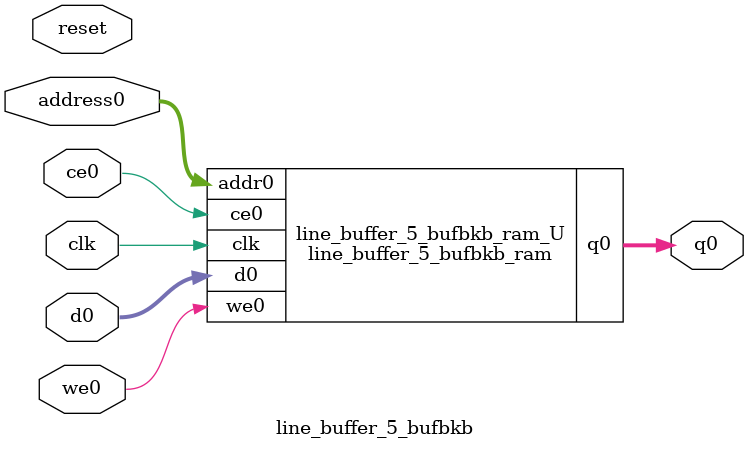
<source format=v>

`timescale 1 ns / 1 ps
module line_buffer_5_bufbkb_ram (addr0, ce0, d0, we0, q0,  clk);

parameter DWIDTH = 16;
parameter AWIDTH = 11;
parameter MEM_SIZE = 1040;

input[AWIDTH-1:0] addr0;
input ce0;
input[DWIDTH-1:0] d0;
input we0;
output reg[DWIDTH-1:0] q0;
input clk;

(* ram_style = "block" *)reg [DWIDTH-1:0] ram[0:MEM_SIZE-1];




always @(posedge clk)  
begin 
    if (ce0) 
    begin
        if (we0) 
        begin 
            ram[addr0] <= d0; 
            q0 <= d0;
        end 
        else 
            q0 <= ram[addr0];
    end
end


endmodule


`timescale 1 ns / 1 ps
module line_buffer_5_bufbkb(
    reset,
    clk,
    address0,
    ce0,
    we0,
    d0,
    q0);

parameter DataWidth = 32'd16;
parameter AddressRange = 32'd1040;
parameter AddressWidth = 32'd11;
input reset;
input clk;
input[AddressWidth - 1:0] address0;
input ce0;
input we0;
input[DataWidth - 1:0] d0;
output[DataWidth - 1:0] q0;



line_buffer_5_bufbkb_ram line_buffer_5_bufbkb_ram_U(
    .clk( clk ),
    .addr0( address0 ),
    .ce0( ce0 ),
    .d0( d0 ),
    .we0( we0 ),
    .q0( q0 ));

endmodule


</source>
